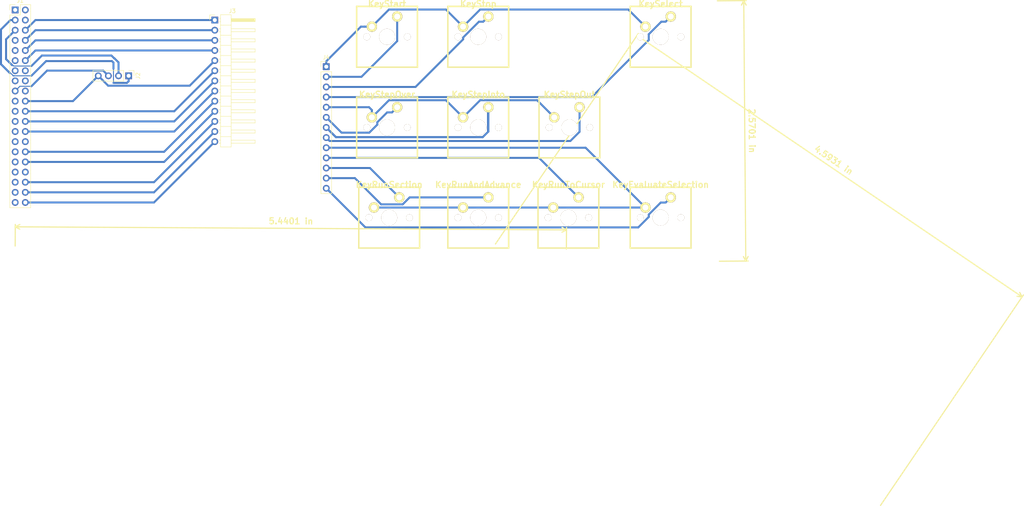
<source format=kicad_pcb>
(kicad_pcb (version 4) (host pcbnew 4.0.7+dfsg1-1)

  (general
    (links 37)
    (no_connects 34)
    (area 15.993333 14.983 275.516071 142.494001)
    (thickness 1.6)
    (drawings 3)
    (tracks 166)
    (zones 0)
    (modules 14)
    (nets 30)
  )

  (page A4)
  (layers
    (0 F.Cu signal hide)
    (31 B.Cu signal)
    (32 B.Adhes user)
    (33 F.Adhes user)
    (34 B.Paste user)
    (35 F.Paste user)
    (36 B.SilkS user)
    (37 F.SilkS user)
    (38 B.Mask user)
    (39 F.Mask user)
    (40 Dwgs.User user)
    (41 Cmts.User user)
    (42 Eco1.User user)
    (43 Eco2.User user)
    (44 Edge.Cuts user)
    (45 Margin user)
    (46 B.CrtYd user)
    (47 F.CrtYd user)
    (48 B.Fab user)
    (49 F.Fab user)
  )

  (setup
    (last_trace_width 0.5)
    (trace_clearance 0.2)
    (zone_clearance 0.508)
    (zone_45_only no)
    (trace_min 0.2)
    (segment_width 0.2)
    (edge_width 0.15)
    (via_size 0.6)
    (via_drill 0.4)
    (via_min_size 0.4)
    (via_min_drill 0.3)
    (uvia_size 0.3)
    (uvia_drill 0.1)
    (uvias_allowed no)
    (uvia_min_size 0.2)
    (uvia_min_drill 0.1)
    (pcb_text_width 0.3)
    (pcb_text_size 1.5 1.5)
    (mod_edge_width 0.15)
    (mod_text_size 1 1)
    (mod_text_width 0.15)
    (pad_size 1.524 1.524)
    (pad_drill 0.762)
    (pad_to_mask_clearance 0.2)
    (aux_axis_origin 0 0)
    (visible_elements FFFFFF7F)
    (pcbplotparams
      (layerselection 0x00000_80000000)
      (usegerberextensions false)
      (excludeedgelayer true)
      (linewidth 0.100000)
      (plotframeref false)
      (viasonmask false)
      (mode 1)
      (useauxorigin false)
      (hpglpennumber 1)
      (hpglpenspeed 20)
      (hpglpendiameter 15)
      (hpglpenoverlay 2)
      (psnegative false)
      (psa4output false)
      (plotreference true)
      (plotvalue true)
      (plotinvisibletext false)
      (padsonsilk false)
      (subtractmaskfromsilk false)
      (outputformat 1)
      (mirror false)
      (drillshape 0)
      (scaleselection 1)
      (outputdirectory ""))
  )

  (net 0 "")
  (net 1 "Net-(J1-Pad3)")
  (net 2 "Net-(J1-Pad5)")
  (net 3 "Net-(J1-Pad6)")
  (net 4 "Net-(J1-Pad8)")
  (net 5 "Net-(J1-Pad10)")
  (net 6 "Net-(J1-Pad12)")
  (net 7 "Net-(J1-Pad17)")
  (net 8 "Net-(J1-Pad20)")
  (net 9 "Net-(J1-Pad22)")
  (net 10 "Net-(J1-Pad24)")
  (net 11 "Net-(J1-Pad26)")
  (net 12 "Net-(J1-Pad30)")
  (net 13 "Net-(J1-Pad32)")
  (net 14 "Net-(J1-Pad36)")
  (net 15 "Net-(J1-Pad38)")
  (net 16 "Net-(J1-Pad40)")
  (net 17 "Net-(J4-Pad1)")
  (net 18 "Net-(J4-Pad2)")
  (net 19 "Net-(J4-Pad3)")
  (net 20 "Net-(J4-Pad4)")
  (net 21 "Net-(J4-Pad5)")
  (net 22 "Net-(J4-Pad6)")
  (net 23 "Net-(J4-Pad7)")
  (net 24 "Net-(J4-Pad8)")
  (net 25 "Net-(J4-Pad9)")
  (net 26 "Net-(J4-Pad10)")
  (net 27 "Net-(J4-Pad11)")
  (net 28 "Net-(J4-Pad12)")
  (net 29 "Net-(J4-Pad13)")

  (net_class Default "Dies ist die voreingestellte Netzklasse."
    (clearance 0.2)
    (trace_width 0.5)
    (via_dia 0.6)
    (via_drill 0.4)
    (uvia_dia 0.3)
    (uvia_drill 0.1)
    (add_net "Net-(J1-Pad10)")
    (add_net "Net-(J1-Pad12)")
    (add_net "Net-(J1-Pad17)")
    (add_net "Net-(J1-Pad20)")
    (add_net "Net-(J1-Pad22)")
    (add_net "Net-(J1-Pad24)")
    (add_net "Net-(J1-Pad26)")
    (add_net "Net-(J1-Pad3)")
    (add_net "Net-(J1-Pad30)")
    (add_net "Net-(J1-Pad32)")
    (add_net "Net-(J1-Pad36)")
    (add_net "Net-(J1-Pad38)")
    (add_net "Net-(J1-Pad40)")
    (add_net "Net-(J1-Pad5)")
    (add_net "Net-(J1-Pad6)")
    (add_net "Net-(J1-Pad8)")
    (add_net "Net-(J4-Pad1)")
    (add_net "Net-(J4-Pad10)")
    (add_net "Net-(J4-Pad11)")
    (add_net "Net-(J4-Pad12)")
    (add_net "Net-(J4-Pad13)")
    (add_net "Net-(J4-Pad2)")
    (add_net "Net-(J4-Pad3)")
    (add_net "Net-(J4-Pad4)")
    (add_net "Net-(J4-Pad5)")
    (add_net "Net-(J4-Pad6)")
    (add_net "Net-(J4-Pad7)")
    (add_net "Net-(J4-Pad8)")
    (add_net "Net-(J4-Pad9)")
  )

  (net_class Verjüngt ""
    (clearance 0.2)
    (trace_width 0.25)
    (via_dia 0.6)
    (via_drill 0.4)
    (uvia_dia 0.3)
    (uvia_drill 0.1)
  )

  (module Pin_Headers:Pin_Header_Straight_2x20_Pitch2.54mm (layer F.Cu) (tedit 59650533) (tstamp 5A96A39A)
    (at 21.59 18.288)
    (descr "Through hole straight pin header, 2x20, 2.54mm pitch, double rows")
    (tags "Through hole pin header THT 2x20 2.54mm double row")
    (path /5A9696EB)
    (fp_text reference J1 (at 1.27 -2.33) (layer F.SilkS)
      (effects (font (size 1 1) (thickness 0.15)))
    )
    (fp_text value RaspberryPiZeroW (at 1.27 50.59) (layer F.Fab)
      (effects (font (size 1 1) (thickness 0.15)))
    )
    (fp_line (start 0 -1.27) (end 3.81 -1.27) (layer F.Fab) (width 0.1))
    (fp_line (start 3.81 -1.27) (end 3.81 49.53) (layer F.Fab) (width 0.1))
    (fp_line (start 3.81 49.53) (end -1.27 49.53) (layer F.Fab) (width 0.1))
    (fp_line (start -1.27 49.53) (end -1.27 0) (layer F.Fab) (width 0.1))
    (fp_line (start -1.27 0) (end 0 -1.27) (layer F.Fab) (width 0.1))
    (fp_line (start -1.33 49.59) (end 3.87 49.59) (layer F.SilkS) (width 0.12))
    (fp_line (start -1.33 1.27) (end -1.33 49.59) (layer F.SilkS) (width 0.12))
    (fp_line (start 3.87 -1.33) (end 3.87 49.59) (layer F.SilkS) (width 0.12))
    (fp_line (start -1.33 1.27) (end 1.27 1.27) (layer F.SilkS) (width 0.12))
    (fp_line (start 1.27 1.27) (end 1.27 -1.33) (layer F.SilkS) (width 0.12))
    (fp_line (start 1.27 -1.33) (end 3.87 -1.33) (layer F.SilkS) (width 0.12))
    (fp_line (start -1.33 0) (end -1.33 -1.33) (layer F.SilkS) (width 0.12))
    (fp_line (start -1.33 -1.33) (end 0 -1.33) (layer F.SilkS) (width 0.12))
    (fp_line (start -1.8 -1.8) (end -1.8 50.05) (layer F.CrtYd) (width 0.05))
    (fp_line (start -1.8 50.05) (end 4.35 50.05) (layer F.CrtYd) (width 0.05))
    (fp_line (start 4.35 50.05) (end 4.35 -1.8) (layer F.CrtYd) (width 0.05))
    (fp_line (start 4.35 -1.8) (end -1.8 -1.8) (layer F.CrtYd) (width 0.05))
    (fp_text user %R (at 1.27 24.13 90) (layer F.Fab)
      (effects (font (size 1 1) (thickness 0.15)))
    )
    (pad 1 thru_hole rect (at 0 0) (size 1.7 1.7) (drill 1) (layers *.Cu *.Mask))
    (pad 2 thru_hole oval (at 2.54 0) (size 1.7 1.7) (drill 1) (layers *.Cu *.Mask))
    (pad 3 thru_hole oval (at 0 2.54) (size 1.7 1.7) (drill 1) (layers *.Cu *.Mask)
      (net 1 "Net-(J1-Pad3)"))
    (pad 4 thru_hole oval (at 2.54 2.54) (size 1.7 1.7) (drill 1) (layers *.Cu *.Mask))
    (pad 5 thru_hole oval (at 0 5.08) (size 1.7 1.7) (drill 1) (layers *.Cu *.Mask)
      (net 2 "Net-(J1-Pad5)"))
    (pad 6 thru_hole oval (at 2.54 5.08) (size 1.7 1.7) (drill 1) (layers *.Cu *.Mask)
      (net 3 "Net-(J1-Pad6)"))
    (pad 7 thru_hole oval (at 0 7.62) (size 1.7 1.7) (drill 1) (layers *.Cu *.Mask))
    (pad 8 thru_hole oval (at 2.54 7.62) (size 1.7 1.7) (drill 1) (layers *.Cu *.Mask)
      (net 4 "Net-(J1-Pad8)"))
    (pad 9 thru_hole oval (at 0 10.16) (size 1.7 1.7) (drill 1) (layers *.Cu *.Mask))
    (pad 10 thru_hole oval (at 2.54 10.16) (size 1.7 1.7) (drill 1) (layers *.Cu *.Mask)
      (net 5 "Net-(J1-Pad10)"))
    (pad 11 thru_hole oval (at 0 12.7) (size 1.7 1.7) (drill 1) (layers *.Cu *.Mask))
    (pad 12 thru_hole oval (at 2.54 12.7) (size 1.7 1.7) (drill 1) (layers *.Cu *.Mask)
      (net 6 "Net-(J1-Pad12)"))
    (pad 13 thru_hole oval (at 0 15.24) (size 1.7 1.7) (drill 1) (layers *.Cu *.Mask))
    (pad 14 thru_hole oval (at 2.54 15.24) (size 1.7 1.7) (drill 1) (layers *.Cu *.Mask))
    (pad 15 thru_hole oval (at 0 17.78) (size 1.7 1.7) (drill 1) (layers *.Cu *.Mask))
    (pad 16 thru_hole oval (at 2.54 17.78) (size 1.7 1.7) (drill 1) (layers *.Cu *.Mask))
    (pad 17 thru_hole oval (at 0 20.32) (size 1.7 1.7) (drill 1) (layers *.Cu *.Mask)
      (net 7 "Net-(J1-Pad17)"))
    (pad 18 thru_hole oval (at 2.54 20.32) (size 1.7 1.7) (drill 1) (layers *.Cu *.Mask))
    (pad 19 thru_hole oval (at 0 22.86) (size 1.7 1.7) (drill 1) (layers *.Cu *.Mask))
    (pad 20 thru_hole oval (at 2.54 22.86) (size 1.7 1.7) (drill 1) (layers *.Cu *.Mask)
      (net 8 "Net-(J1-Pad20)"))
    (pad 21 thru_hole oval (at 0 25.4) (size 1.7 1.7) (drill 1) (layers *.Cu *.Mask))
    (pad 22 thru_hole oval (at 2.54 25.4) (size 1.7 1.7) (drill 1) (layers *.Cu *.Mask)
      (net 9 "Net-(J1-Pad22)"))
    (pad 23 thru_hole oval (at 0 27.94) (size 1.7 1.7) (drill 1) (layers *.Cu *.Mask))
    (pad 24 thru_hole oval (at 2.54 27.94) (size 1.7 1.7) (drill 1) (layers *.Cu *.Mask)
      (net 10 "Net-(J1-Pad24)"))
    (pad 25 thru_hole oval (at 0 30.48) (size 1.7 1.7) (drill 1) (layers *.Cu *.Mask))
    (pad 26 thru_hole oval (at 2.54 30.48) (size 1.7 1.7) (drill 1) (layers *.Cu *.Mask)
      (net 11 "Net-(J1-Pad26)"))
    (pad 27 thru_hole oval (at 0 33.02) (size 1.7 1.7) (drill 1) (layers *.Cu *.Mask))
    (pad 28 thru_hole oval (at 2.54 33.02) (size 1.7 1.7) (drill 1) (layers *.Cu *.Mask))
    (pad 29 thru_hole oval (at 0 35.56) (size 1.7 1.7) (drill 1) (layers *.Cu *.Mask))
    (pad 30 thru_hole oval (at 2.54 35.56) (size 1.7 1.7) (drill 1) (layers *.Cu *.Mask)
      (net 12 "Net-(J1-Pad30)"))
    (pad 31 thru_hole oval (at 0 38.1) (size 1.7 1.7) (drill 1) (layers *.Cu *.Mask))
    (pad 32 thru_hole oval (at 2.54 38.1) (size 1.7 1.7) (drill 1) (layers *.Cu *.Mask)
      (net 13 "Net-(J1-Pad32)"))
    (pad 33 thru_hole oval (at 0 40.64) (size 1.7 1.7) (drill 1) (layers *.Cu *.Mask))
    (pad 34 thru_hole oval (at 2.54 40.64) (size 1.7 1.7) (drill 1) (layers *.Cu *.Mask))
    (pad 35 thru_hole oval (at 0 43.18) (size 1.7 1.7) (drill 1) (layers *.Cu *.Mask))
    (pad 36 thru_hole oval (at 2.54 43.18) (size 1.7 1.7) (drill 1) (layers *.Cu *.Mask)
      (net 14 "Net-(J1-Pad36)"))
    (pad 37 thru_hole oval (at 0 45.72) (size 1.7 1.7) (drill 1) (layers *.Cu *.Mask))
    (pad 38 thru_hole oval (at 2.54 45.72) (size 1.7 1.7) (drill 1) (layers *.Cu *.Mask)
      (net 15 "Net-(J1-Pad38)"))
    (pad 39 thru_hole oval (at 0 48.26) (size 1.7 1.7) (drill 1) (layers *.Cu *.Mask))
    (pad 40 thru_hole oval (at 2.54 48.26) (size 1.7 1.7) (drill 1) (layers *.Cu *.Mask)
      (net 16 "Net-(J1-Pad40)"))
    (model ${KISYS3DMOD}/Pin_Headers.3dshapes/Pin_Header_Straight_2x20_Pitch2.54mm.wrl
      (at (xyz 0 0 0))
      (scale (xyz 1 1 1))
      (rotate (xyz 0 0 0))
    )
  )

  (module Socket_Strips:Socket_Strip_Straight_1x04_Pitch2.54mm (layer F.Cu) (tedit 58CD5446) (tstamp 5A96A3A2)
    (at 50.038 34.798 270)
    (descr "Through hole straight socket strip, 1x04, 2.54mm pitch, single row")
    (tags "Through hole socket strip THT 1x04 2.54mm single row")
    (path /5A9698DF)
    (fp_text reference J2 (at 0 -2.33 270) (layer F.SilkS)
      (effects (font (size 1 1) (thickness 0.15)))
    )
    (fp_text value Display (at 0 9.95 270) (layer F.Fab)
      (effects (font (size 1 1) (thickness 0.15)))
    )
    (fp_line (start -1.27 -1.27) (end -1.27 8.89) (layer F.Fab) (width 0.1))
    (fp_line (start -1.27 8.89) (end 1.27 8.89) (layer F.Fab) (width 0.1))
    (fp_line (start 1.27 8.89) (end 1.27 -1.27) (layer F.Fab) (width 0.1))
    (fp_line (start 1.27 -1.27) (end -1.27 -1.27) (layer F.Fab) (width 0.1))
    (fp_line (start -1.33 1.27) (end -1.33 8.95) (layer F.SilkS) (width 0.12))
    (fp_line (start -1.33 8.95) (end 1.33 8.95) (layer F.SilkS) (width 0.12))
    (fp_line (start 1.33 8.95) (end 1.33 1.27) (layer F.SilkS) (width 0.12))
    (fp_line (start 1.33 1.27) (end -1.33 1.27) (layer F.SilkS) (width 0.12))
    (fp_line (start -1.33 0) (end -1.33 -1.33) (layer F.SilkS) (width 0.12))
    (fp_line (start -1.33 -1.33) (end 0 -1.33) (layer F.SilkS) (width 0.12))
    (fp_line (start -1.8 -1.8) (end -1.8 9.4) (layer F.CrtYd) (width 0.05))
    (fp_line (start -1.8 9.4) (end 1.8 9.4) (layer F.CrtYd) (width 0.05))
    (fp_line (start 1.8 9.4) (end 1.8 -1.8) (layer F.CrtYd) (width 0.05))
    (fp_line (start 1.8 -1.8) (end -1.8 -1.8) (layer F.CrtYd) (width 0.05))
    (fp_text user %R (at 0 -2.33 270) (layer F.Fab)
      (effects (font (size 1 1) (thickness 0.15)))
    )
    (pad 1 thru_hole rect (at 0 0 270) (size 1.7 1.7) (drill 1) (layers *.Cu *.Mask)
      (net 1 "Net-(J1-Pad3)"))
    (pad 2 thru_hole oval (at 0 2.54 270) (size 1.7 1.7) (drill 1) (layers *.Cu *.Mask)
      (net 2 "Net-(J1-Pad5)"))
    (pad 3 thru_hole oval (at 0 5.08 270) (size 1.7 1.7) (drill 1) (layers *.Cu *.Mask)
      (net 7 "Net-(J1-Pad17)"))
    (pad 4 thru_hole oval (at 0 7.62 270) (size 1.7 1.7) (drill 1) (layers *.Cu *.Mask)
      (net 8 "Net-(J1-Pad20)"))
    (model ${KISYS3DMOD}/Socket_Strips.3dshapes/Socket_Strip_Straight_1x04_Pitch2.54mm.wrl
      (at (xyz 0 -0.15 0))
      (scale (xyz 1 1 1))
      (rotate (xyz 0 0 270))
    )
  )

  (module mx1a:MX1A (layer F.Cu) (tedit 524FFEEB) (tstamp 5A96A3AB)
    (at 114.808 25.019)
    (path /5A96A024)
    (fp_text reference S1 (at -4.826 9.2075) (layer F.SilkS) hide
      (effects (font (thickness 0.3048)))
    )
    (fp_text value KeyStart (at 0 -8.255) (layer F.SilkS)
      (effects (font (thickness 0.3048)))
    )
    (fp_line (start -7.62 -7.62) (end 7.62 -7.62) (layer F.SilkS) (width 0.381))
    (fp_line (start 7.62 -7.62) (end 7.62 7.62) (layer F.SilkS) (width 0.381))
    (fp_line (start 7.62 7.62) (end -7.62 7.62) (layer F.SilkS) (width 0.381))
    (fp_line (start -7.62 7.62) (end -7.62 -7.62) (layer F.SilkS) (width 0.381))
    (pad 0 thru_hole circle (at 0 0) (size 3.98018 3.98018) (drill 3.98018) (layers *.Cu *.Mask F.SilkS))
    (pad 2 thru_hole circle (at 2.54 -5.08) (size 2.6 2.6) (drill 1.5011) (layers *.Cu *.Mask F.SilkS)
      (net 18 "Net-(J4-Pad2)"))
    (pad 1 thru_hole circle (at -3.81 -2.54) (size 2.6 2.6) (drill 1.5011) (layers *.Cu *.Mask F.SilkS)
      (net 17 "Net-(J4-Pad1)"))
    (pad "" thru_hole circle (at -5.08 0) (size 1.69926 1.69926) (drill 1.69926) (layers *.Cu *.Mask F.SilkS))
    (pad "" thru_hole circle (at 5.08 0) (size 1.69926 1.69926) (drill 1.69926) (layers *.Cu *.Mask F.SilkS))
    (model cherry_mx1.wrl
      (at (xyz 0 0 0))
      (scale (xyz 1 1 1))
      (rotate (xyz 0 0 0))
    )
  )

  (module mx1a:MX1A (layer F.Cu) (tedit 524FFEEB) (tstamp 5A96A3B4)
    (at 114.808 47.752)
    (path /5A969B31)
    (fp_text reference S2 (at -4.826 9.2075) (layer F.SilkS) hide
      (effects (font (thickness 0.3048)))
    )
    (fp_text value KeyStepOver (at 0 -8.255) (layer F.SilkS)
      (effects (font (thickness 0.3048)))
    )
    (fp_line (start -7.62 -7.62) (end 7.62 -7.62) (layer F.SilkS) (width 0.381))
    (fp_line (start 7.62 -7.62) (end 7.62 7.62) (layer F.SilkS) (width 0.381))
    (fp_line (start 7.62 7.62) (end -7.62 7.62) (layer F.SilkS) (width 0.381))
    (fp_line (start -7.62 7.62) (end -7.62 -7.62) (layer F.SilkS) (width 0.381))
    (pad 0 thru_hole circle (at 0 0) (size 3.98018 3.98018) (drill 3.98018) (layers *.Cu *.Mask F.SilkS))
    (pad 2 thru_hole circle (at 2.54 -5.08) (size 2.6 2.6) (drill 1.5011) (layers *.Cu *.Mask F.SilkS)
      (net 22 "Net-(J4-Pad6)"))
    (pad 1 thru_hole circle (at -3.81 -2.54) (size 2.6 2.6) (drill 1.5011) (layers *.Cu *.Mask F.SilkS)
      (net 21 "Net-(J4-Pad5)"))
    (pad "" thru_hole circle (at -5.08 0) (size 1.69926 1.69926) (drill 1.69926) (layers *.Cu *.Mask F.SilkS))
    (pad "" thru_hole circle (at 5.08 0) (size 1.69926 1.69926) (drill 1.69926) (layers *.Cu *.Mask F.SilkS))
    (model cherry_mx1.wrl
      (at (xyz 0 0 0))
      (scale (xyz 1 1 1))
      (rotate (xyz 0 0 0))
    )
  )

  (module mx1a:MX1A (layer F.Cu) (tedit 524FFEEB) (tstamp 5A96A3BD)
    (at 160.274 70.358)
    (path /5A96A555)
    (fp_text reference S3 (at -4.826 9.2075) (layer F.SilkS) hide
      (effects (font (thickness 0.3048)))
    )
    (fp_text value KeyRunToCursor (at 0 -8.255) (layer F.SilkS)
      (effects (font (thickness 0.3048)))
    )
    (fp_line (start -7.62 -7.62) (end 7.62 -7.62) (layer F.SilkS) (width 0.381))
    (fp_line (start 7.62 -7.62) (end 7.62 7.62) (layer F.SilkS) (width 0.381))
    (fp_line (start 7.62 7.62) (end -7.62 7.62) (layer F.SilkS) (width 0.381))
    (fp_line (start -7.62 7.62) (end -7.62 -7.62) (layer F.SilkS) (width 0.381))
    (pad 0 thru_hole circle (at 0 0) (size 3.98018 3.98018) (drill 3.98018) (layers *.Cu *.Mask F.SilkS))
    (pad 2 thru_hole circle (at 2.54 -5.08) (size 2.6 2.6) (drill 1.5011) (layers *.Cu *.Mask F.SilkS)
      (net 26 "Net-(J4-Pad10)"))
    (pad 1 thru_hole circle (at -3.81 -2.54) (size 2.6 2.6) (drill 1.5011) (layers *.Cu *.Mask F.SilkS)
      (net 25 "Net-(J4-Pad9)"))
    (pad "" thru_hole circle (at -5.08 0) (size 1.69926 1.69926) (drill 1.69926) (layers *.Cu *.Mask F.SilkS))
    (pad "" thru_hole circle (at 5.08 0) (size 1.69926 1.69926) (drill 1.69926) (layers *.Cu *.Mask F.SilkS))
    (model cherry_mx1.wrl
      (at (xyz 0 0 0))
      (scale (xyz 1 1 1))
      (rotate (xyz 0 0 0))
    )
  )

  (module mx1a:MX1A (layer F.Cu) (tedit 5AB62FC6) (tstamp 5A96A3C6)
    (at 137.668 25.019)
    (path /5A96A02A)
    (fp_text reference S4 (at -4.826 9.2075) (layer F.SilkS) hide
      (effects (font (thickness 0.3048)))
    )
    (fp_text value KeyStop (at 0 -8.255) (layer F.SilkS)
      (effects (font (thickness 0.3048)))
    )
    (fp_line (start -7.62 -7.62) (end 7.62 -7.62) (layer F.SilkS) (width 0.381))
    (fp_line (start 7.62 -7.62) (end 7.62 7.62) (layer F.SilkS) (width 0.381))
    (fp_line (start 7.62 7.62) (end -7.62 7.62) (layer F.SilkS) (width 0.381))
    (fp_line (start -7.62 7.62) (end -7.62 -7.62) (layer F.SilkS) (width 0.381))
    (pad 0 thru_hole circle (at 0 0) (size 3.98018 3.98018) (drill 3.98018) (layers *.Cu *.Mask F.SilkS))
    (pad 2 thru_hole circle (at 2.54 -5.08) (size 2.6 2.6) (drill 1.5011) (layers *.Cu *.Mask F.SilkS)
      (net 19 "Net-(J4-Pad3)"))
    (pad 1 thru_hole circle (at -3.81 -2.54) (size 2.6 2.6) (drill 1.5011) (layers *.Cu *.Mask F.SilkS)
      (net 17 "Net-(J4-Pad1)"))
    (pad "" thru_hole circle (at -5.08 0) (size 1.69926 1.69926) (drill 1.69926) (layers *.Cu *.Mask F.SilkS))
    (pad "" thru_hole circle (at 5.08 0) (size 1.69926 1.69926) (drill 1.69926) (layers *.Cu *.Mask F.SilkS))
    (model cherry_mx1.wrl
      (at (xyz 0 0 0))
      (scale (xyz 1 1 1))
      (rotate (xyz 0 0 0))
    )
  )

  (module mx1a:MX1A (layer F.Cu) (tedit 524FFEEB) (tstamp 5A96A3CF)
    (at 137.668 47.752)
    (path /5A969D84)
    (fp_text reference S5 (at -4.826 9.2075) (layer F.SilkS) hide
      (effects (font (thickness 0.3048)))
    )
    (fp_text value KeyStepInto (at 0 -8.255) (layer F.SilkS)
      (effects (font (thickness 0.3048)))
    )
    (fp_line (start -7.62 -7.62) (end 7.62 -7.62) (layer F.SilkS) (width 0.381))
    (fp_line (start 7.62 -7.62) (end 7.62 7.62) (layer F.SilkS) (width 0.381))
    (fp_line (start 7.62 7.62) (end -7.62 7.62) (layer F.SilkS) (width 0.381))
    (fp_line (start -7.62 7.62) (end -7.62 -7.62) (layer F.SilkS) (width 0.381))
    (pad 0 thru_hole circle (at 0 0) (size 3.98018 3.98018) (drill 3.98018) (layers *.Cu *.Mask F.SilkS))
    (pad 2 thru_hole circle (at 2.54 -5.08) (size 2.6 2.6) (drill 1.5011) (layers *.Cu *.Mask F.SilkS)
      (net 23 "Net-(J4-Pad7)"))
    (pad 1 thru_hole circle (at -3.81 -2.54) (size 2.6 2.6) (drill 1.5011) (layers *.Cu *.Mask F.SilkS)
      (net 21 "Net-(J4-Pad5)"))
    (pad "" thru_hole circle (at -5.08 0) (size 1.69926 1.69926) (drill 1.69926) (layers *.Cu *.Mask F.SilkS))
    (pad "" thru_hole circle (at 5.08 0) (size 1.69926 1.69926) (drill 1.69926) (layers *.Cu *.Mask F.SilkS))
    (model cherry_mx1.wrl
      (at (xyz 0 0 0))
      (scale (xyz 1 1 1))
      (rotate (xyz 0 0 0))
    )
  )

  (module mx1a:MX1A (layer F.Cu) (tedit 524FFEEB) (tstamp 5A96A3D8)
    (at 115.343213 70.358)
    (path /5A96A55B)
    (fp_text reference S6 (at -4.826 9.2075) (layer F.SilkS) hide
      (effects (font (thickness 0.3048)))
    )
    (fp_text value KeyRunSection (at 0 -8.255) (layer F.SilkS)
      (effects (font (thickness 0.3048)))
    )
    (fp_line (start -7.62 -7.62) (end 7.62 -7.62) (layer F.SilkS) (width 0.381))
    (fp_line (start 7.62 -7.62) (end 7.62 7.62) (layer F.SilkS) (width 0.381))
    (fp_line (start 7.62 7.62) (end -7.62 7.62) (layer F.SilkS) (width 0.381))
    (fp_line (start -7.62 7.62) (end -7.62 -7.62) (layer F.SilkS) (width 0.381))
    (pad 0 thru_hole circle (at 0 0) (size 3.98018 3.98018) (drill 3.98018) (layers *.Cu *.Mask F.SilkS))
    (pad 2 thru_hole circle (at 2.54 -5.08) (size 2.6 2.6) (drill 1.5011) (layers *.Cu *.Mask F.SilkS)
      (net 27 "Net-(J4-Pad11)"))
    (pad 1 thru_hole circle (at -3.81 -2.54) (size 2.6 2.6) (drill 1.5011) (layers *.Cu *.Mask F.SilkS)
      (net 25 "Net-(J4-Pad9)"))
    (pad "" thru_hole circle (at -5.08 0) (size 1.69926 1.69926) (drill 1.69926) (layers *.Cu *.Mask F.SilkS))
    (pad "" thru_hole circle (at 5.08 0) (size 1.69926 1.69926) (drill 1.69926) (layers *.Cu *.Mask F.SilkS))
    (model cherry_mx1.wrl
      (at (xyz 0 0 0))
      (scale (xyz 1 1 1))
      (rotate (xyz 0 0 0))
    )
  )

  (module mx1a:MX1A (layer F.Cu) (tedit 524FFEEB) (tstamp 5A96A3E1)
    (at 160.528 47.752)
    (path /5A96A1F0)
    (fp_text reference S7 (at -4.826 9.2075) (layer F.SilkS) hide
      (effects (font (thickness 0.3048)))
    )
    (fp_text value KeyStepOut (at 0 -8.255) (layer F.SilkS)
      (effects (font (thickness 0.3048)))
    )
    (fp_line (start -7.62 -7.62) (end 7.62 -7.62) (layer F.SilkS) (width 0.381))
    (fp_line (start 7.62 -7.62) (end 7.62 7.62) (layer F.SilkS) (width 0.381))
    (fp_line (start 7.62 7.62) (end -7.62 7.62) (layer F.SilkS) (width 0.381))
    (fp_line (start -7.62 7.62) (end -7.62 -7.62) (layer F.SilkS) (width 0.381))
    (pad 0 thru_hole circle (at 0 0) (size 3.98018 3.98018) (drill 3.98018) (layers *.Cu *.Mask F.SilkS))
    (pad 2 thru_hole circle (at 2.54 -5.08) (size 2.6 2.6) (drill 1.5011) (layers *.Cu *.Mask F.SilkS)
      (net 24 "Net-(J4-Pad8)"))
    (pad 1 thru_hole circle (at -3.81 -2.54) (size 2.6 2.6) (drill 1.5011) (layers *.Cu *.Mask F.SilkS)
      (net 21 "Net-(J4-Pad5)"))
    (pad "" thru_hole circle (at -5.08 0) (size 1.69926 1.69926) (drill 1.69926) (layers *.Cu *.Mask F.SilkS))
    (pad "" thru_hole circle (at 5.08 0) (size 1.69926 1.69926) (drill 1.69926) (layers *.Cu *.Mask F.SilkS))
    (model cherry_mx1.wrl
      (at (xyz 0 0 0))
      (scale (xyz 1 1 1))
      (rotate (xyz 0 0 0))
    )
  )

  (module mx1a:MX1A (layer F.Cu) (tedit 524FFEEB) (tstamp 5A96A3EA)
    (at 137.668 70.358)
    (path /5A96A561)
    (fp_text reference S8 (at -4.826 9.2075) (layer F.SilkS) hide
      (effects (font (thickness 0.3048)))
    )
    (fp_text value KeyRunAndAdvance (at 0 -8.255) (layer F.SilkS)
      (effects (font (thickness 0.3048)))
    )
    (fp_line (start -7.62 -7.62) (end 7.62 -7.62) (layer F.SilkS) (width 0.381))
    (fp_line (start 7.62 -7.62) (end 7.62 7.62) (layer F.SilkS) (width 0.381))
    (fp_line (start 7.62 7.62) (end -7.62 7.62) (layer F.SilkS) (width 0.381))
    (fp_line (start -7.62 7.62) (end -7.62 -7.62) (layer F.SilkS) (width 0.381))
    (pad 0 thru_hole circle (at 0 0) (size 3.98018 3.98018) (drill 3.98018) (layers *.Cu *.Mask F.SilkS))
    (pad 2 thru_hole circle (at 2.54 -5.08) (size 2.6 2.6) (drill 1.5011) (layers *.Cu *.Mask F.SilkS)
      (net 28 "Net-(J4-Pad12)"))
    (pad 1 thru_hole circle (at -3.81 -2.54) (size 2.6 2.6) (drill 1.5011) (layers *.Cu *.Mask F.SilkS)
      (net 25 "Net-(J4-Pad9)"))
    (pad "" thru_hole circle (at -5.08 0) (size 1.69926 1.69926) (drill 1.69926) (layers *.Cu *.Mask F.SilkS))
    (pad "" thru_hole circle (at 5.08 0) (size 1.69926 1.69926) (drill 1.69926) (layers *.Cu *.Mask F.SilkS))
    (model cherry_mx1.wrl
      (at (xyz 0 0 0))
      (scale (xyz 1 1 1))
      (rotate (xyz 0 0 0))
    )
  )

  (module mx1a:MX1A (layer F.Cu) (tedit 5AB62FCC) (tstamp 5A96A3F3)
    (at 183.388 25.019)
    (path /5A96A359)
    (fp_text reference S9 (at -4.826 9.2075) (layer F.SilkS) hide
      (effects (font (thickness 0.3048)))
    )
    (fp_text value KeySelect (at 0 -8.255) (layer F.SilkS)
      (effects (font (thickness 0.3048)))
    )
    (fp_line (start -7.62 -7.62) (end 7.62 -7.62) (layer F.SilkS) (width 0.381))
    (fp_line (start 7.62 -7.62) (end 7.62 7.62) (layer F.SilkS) (width 0.381))
    (fp_line (start 7.62 7.62) (end -7.62 7.62) (layer F.SilkS) (width 0.381))
    (fp_line (start -7.62 7.62) (end -7.62 -7.62) (layer F.SilkS) (width 0.381))
    (pad 0 thru_hole circle (at 0 0) (size 3.98018 3.98018) (drill 3.98018) (layers *.Cu *.Mask F.SilkS))
    (pad 2 thru_hole circle (at 2.54 -5.08) (size 2.6 2.6) (drill 1.5011) (layers *.Cu *.Mask F.SilkS)
      (net 20 "Net-(J4-Pad4)"))
    (pad 1 thru_hole circle (at -3.81 -2.54) (size 2.6 2.6) (drill 1.5011) (layers *.Cu *.Mask F.SilkS)
      (net 17 "Net-(J4-Pad1)"))
    (pad "" thru_hole circle (at -5.08 0) (size 1.69926 1.69926) (drill 1.69926) (layers *.Cu *.Mask F.SilkS))
    (pad "" thru_hole circle (at 5.08 0) (size 1.69926 1.69926) (drill 1.69926) (layers *.Cu *.Mask F.SilkS))
    (model cherry_mx1.wrl
      (at (xyz 0 0 0))
      (scale (xyz 1 1 1))
      (rotate (xyz 0 0 0))
    )
  )

  (module mx1a:MX1A (layer F.Cu) (tedit 524FFEEB) (tstamp 5A96A3FC)
    (at 183.388 70.358)
    (path /5A96A57D)
    (fp_text reference S10 (at -4.826 9.2075) (layer F.SilkS) hide
      (effects (font (thickness 0.3048)))
    )
    (fp_text value KeyEvaluateSelection (at 0 -8.255) (layer F.SilkS)
      (effects (font (thickness 0.3048)))
    )
    (fp_line (start -7.62 -7.62) (end 7.62 -7.62) (layer F.SilkS) (width 0.381))
    (fp_line (start 7.62 -7.62) (end 7.62 7.62) (layer F.SilkS) (width 0.381))
    (fp_line (start 7.62 7.62) (end -7.62 7.62) (layer F.SilkS) (width 0.381))
    (fp_line (start -7.62 7.62) (end -7.62 -7.62) (layer F.SilkS) (width 0.381))
    (pad 0 thru_hole circle (at 0 0) (size 3.98018 3.98018) (drill 3.98018) (layers *.Cu *.Mask F.SilkS))
    (pad 2 thru_hole circle (at 2.54 -5.08) (size 2.6 2.6) (drill 1.5011) (layers *.Cu *.Mask F.SilkS)
      (net 29 "Net-(J4-Pad13)"))
    (pad 1 thru_hole circle (at -3.81 -2.54) (size 2.6 2.6) (drill 1.5011) (layers *.Cu *.Mask F.SilkS)
      (net 25 "Net-(J4-Pad9)"))
    (pad "" thru_hole circle (at -5.08 0) (size 1.69926 1.69926) (drill 1.69926) (layers *.Cu *.Mask F.SilkS))
    (pad "" thru_hole circle (at 5.08 0) (size 1.69926 1.69926) (drill 1.69926) (layers *.Cu *.Mask F.SilkS))
    (model cherry_mx1.wrl
      (at (xyz 0 0 0))
      (scale (xyz 1 1 1))
      (rotate (xyz 0 0 0))
    )
  )

  (module Pin_Headers:Pin_Header_Angled_1x13_Pitch2.54mm (layer F.Cu) (tedit 59650532) (tstamp 5AB62D13)
    (at 71.628 20.828)
    (descr "Through hole angled pin header, 1x13, 2.54mm pitch, 6mm pin length, single row")
    (tags "Through hole angled pin header THT 1x13 2.54mm single row")
    (path /5AB62A89)
    (fp_text reference J3 (at 4.385 -2.27) (layer F.SilkS)
      (effects (font (size 1 1) (thickness 0.15)))
    )
    (fp_text value Conn_01x13_Male (at 4.385 32.75) (layer F.Fab)
      (effects (font (size 1 1) (thickness 0.15)))
    )
    (fp_line (start 2.135 -1.27) (end 4.04 -1.27) (layer F.Fab) (width 0.1))
    (fp_line (start 4.04 -1.27) (end 4.04 31.75) (layer F.Fab) (width 0.1))
    (fp_line (start 4.04 31.75) (end 1.5 31.75) (layer F.Fab) (width 0.1))
    (fp_line (start 1.5 31.75) (end 1.5 -0.635) (layer F.Fab) (width 0.1))
    (fp_line (start 1.5 -0.635) (end 2.135 -1.27) (layer F.Fab) (width 0.1))
    (fp_line (start -0.32 -0.32) (end 1.5 -0.32) (layer F.Fab) (width 0.1))
    (fp_line (start -0.32 -0.32) (end -0.32 0.32) (layer F.Fab) (width 0.1))
    (fp_line (start -0.32 0.32) (end 1.5 0.32) (layer F.Fab) (width 0.1))
    (fp_line (start 4.04 -0.32) (end 10.04 -0.32) (layer F.Fab) (width 0.1))
    (fp_line (start 10.04 -0.32) (end 10.04 0.32) (layer F.Fab) (width 0.1))
    (fp_line (start 4.04 0.32) (end 10.04 0.32) (layer F.Fab) (width 0.1))
    (fp_line (start -0.32 2.22) (end 1.5 2.22) (layer F.Fab) (width 0.1))
    (fp_line (start -0.32 2.22) (end -0.32 2.86) (layer F.Fab) (width 0.1))
    (fp_line (start -0.32 2.86) (end 1.5 2.86) (layer F.Fab) (width 0.1))
    (fp_line (start 4.04 2.22) (end 10.04 2.22) (layer F.Fab) (width 0.1))
    (fp_line (start 10.04 2.22) (end 10.04 2.86) (layer F.Fab) (width 0.1))
    (fp_line (start 4.04 2.86) (end 10.04 2.86) (layer F.Fab) (width 0.1))
    (fp_line (start -0.32 4.76) (end 1.5 4.76) (layer F.Fab) (width 0.1))
    (fp_line (start -0.32 4.76) (end -0.32 5.4) (layer F.Fab) (width 0.1))
    (fp_line (start -0.32 5.4) (end 1.5 5.4) (layer F.Fab) (width 0.1))
    (fp_line (start 4.04 4.76) (end 10.04 4.76) (layer F.Fab) (width 0.1))
    (fp_line (start 10.04 4.76) (end 10.04 5.4) (layer F.Fab) (width 0.1))
    (fp_line (start 4.04 5.4) (end 10.04 5.4) (layer F.Fab) (width 0.1))
    (fp_line (start -0.32 7.3) (end 1.5 7.3) (layer F.Fab) (width 0.1))
    (fp_line (start -0.32 7.3) (end -0.32 7.94) (layer F.Fab) (width 0.1))
    (fp_line (start -0.32 7.94) (end 1.5 7.94) (layer F.Fab) (width 0.1))
    (fp_line (start 4.04 7.3) (end 10.04 7.3) (layer F.Fab) (width 0.1))
    (fp_line (start 10.04 7.3) (end 10.04 7.94) (layer F.Fab) (width 0.1))
    (fp_line (start 4.04 7.94) (end 10.04 7.94) (layer F.Fab) (width 0.1))
    (fp_line (start -0.32 9.84) (end 1.5 9.84) (layer F.Fab) (width 0.1))
    (fp_line (start -0.32 9.84) (end -0.32 10.48) (layer F.Fab) (width 0.1))
    (fp_line (start -0.32 10.48) (end 1.5 10.48) (layer F.Fab) (width 0.1))
    (fp_line (start 4.04 9.84) (end 10.04 9.84) (layer F.Fab) (width 0.1))
    (fp_line (start 10.04 9.84) (end 10.04 10.48) (layer F.Fab) (width 0.1))
    (fp_line (start 4.04 10.48) (end 10.04 10.48) (layer F.Fab) (width 0.1))
    (fp_line (start -0.32 12.38) (end 1.5 12.38) (layer F.Fab) (width 0.1))
    (fp_line (start -0.32 12.38) (end -0.32 13.02) (layer F.Fab) (width 0.1))
    (fp_line (start -0.32 13.02) (end 1.5 13.02) (layer F.Fab) (width 0.1))
    (fp_line (start 4.04 12.38) (end 10.04 12.38) (layer F.Fab) (width 0.1))
    (fp_line (start 10.04 12.38) (end 10.04 13.02) (layer F.Fab) (width 0.1))
    (fp_line (start 4.04 13.02) (end 10.04 13.02) (layer F.Fab) (width 0.1))
    (fp_line (start -0.32 14.92) (end 1.5 14.92) (layer F.Fab) (width 0.1))
    (fp_line (start -0.32 14.92) (end -0.32 15.56) (layer F.Fab) (width 0.1))
    (fp_line (start -0.32 15.56) (end 1.5 15.56) (layer F.Fab) (width 0.1))
    (fp_line (start 4.04 14.92) (end 10.04 14.92) (layer F.Fab) (width 0.1))
    (fp_line (start 10.04 14.92) (end 10.04 15.56) (layer F.Fab) (width 0.1))
    (fp_line (start 4.04 15.56) (end 10.04 15.56) (layer F.Fab) (width 0.1))
    (fp_line (start -0.32 17.46) (end 1.5 17.46) (layer F.Fab) (width 0.1))
    (fp_line (start -0.32 17.46) (end -0.32 18.1) (layer F.Fab) (width 0.1))
    (fp_line (start -0.32 18.1) (end 1.5 18.1) (layer F.Fab) (width 0.1))
    (fp_line (start 4.04 17.46) (end 10.04 17.46) (layer F.Fab) (width 0.1))
    (fp_line (start 10.04 17.46) (end 10.04 18.1) (layer F.Fab) (width 0.1))
    (fp_line (start 4.04 18.1) (end 10.04 18.1) (layer F.Fab) (width 0.1))
    (fp_line (start -0.32 20) (end 1.5 20) (layer F.Fab) (width 0.1))
    (fp_line (start -0.32 20) (end -0.32 20.64) (layer F.Fab) (width 0.1))
    (fp_line (start -0.32 20.64) (end 1.5 20.64) (layer F.Fab) (width 0.1))
    (fp_line (start 4.04 20) (end 10.04 20) (layer F.Fab) (width 0.1))
    (fp_line (start 10.04 20) (end 10.04 20.64) (layer F.Fab) (width 0.1))
    (fp_line (start 4.04 20.64) (end 10.04 20.64) (layer F.Fab) (width 0.1))
    (fp_line (start -0.32 22.54) (end 1.5 22.54) (layer F.Fab) (width 0.1))
    (fp_line (start -0.32 22.54) (end -0.32 23.18) (layer F.Fab) (width 0.1))
    (fp_line (start -0.32 23.18) (end 1.5 23.18) (layer F.Fab) (width 0.1))
    (fp_line (start 4.04 22.54) (end 10.04 22.54) (layer F.Fab) (width 0.1))
    (fp_line (start 10.04 22.54) (end 10.04 23.18) (layer F.Fab) (width 0.1))
    (fp_line (start 4.04 23.18) (end 10.04 23.18) (layer F.Fab) (width 0.1))
    (fp_line (start -0.32 25.08) (end 1.5 25.08) (layer F.Fab) (width 0.1))
    (fp_line (start -0.32 25.08) (end -0.32 25.72) (layer F.Fab) (width 0.1))
    (fp_line (start -0.32 25.72) (end 1.5 25.72) (layer F.Fab) (width 0.1))
    (fp_line (start 4.04 25.08) (end 10.04 25.08) (layer F.Fab) (width 0.1))
    (fp_line (start 10.04 25.08) (end 10.04 25.72) (layer F.Fab) (width 0.1))
    (fp_line (start 4.04 25.72) (end 10.04 25.72) (layer F.Fab) (width 0.1))
    (fp_line (start -0.32 27.62) (end 1.5 27.62) (layer F.Fab) (width 0.1))
    (fp_line (start -0.32 27.62) (end -0.32 28.26) (layer F.Fab) (width 0.1))
    (fp_line (start -0.32 28.26) (end 1.5 28.26) (layer F.Fab) (width 0.1))
    (fp_line (start 4.04 27.62) (end 10.04 27.62) (layer F.Fab) (width 0.1))
    (fp_line (start 10.04 27.62) (end 10.04 28.26) (layer F.Fab) (width 0.1))
    (fp_line (start 4.04 28.26) (end 10.04 28.26) (layer F.Fab) (width 0.1))
    (fp_line (start -0.32 30.16) (end 1.5 30.16) (layer F.Fab) (width 0.1))
    (fp_line (start -0.32 30.16) (end -0.32 30.8) (layer F.Fab) (width 0.1))
    (fp_line (start -0.32 30.8) (end 1.5 30.8) (layer F.Fab) (width 0.1))
    (fp_line (start 4.04 30.16) (end 10.04 30.16) (layer F.Fab) (width 0.1))
    (fp_line (start 10.04 30.16) (end 10.04 30.8) (layer F.Fab) (width 0.1))
    (fp_line (start 4.04 30.8) (end 10.04 30.8) (layer F.Fab) (width 0.1))
    (fp_line (start 1.44 -1.33) (end 1.44 31.81) (layer F.SilkS) (width 0.12))
    (fp_line (start 1.44 31.81) (end 4.1 31.81) (layer F.SilkS) (width 0.12))
    (fp_line (start 4.1 31.81) (end 4.1 -1.33) (layer F.SilkS) (width 0.12))
    (fp_line (start 4.1 -1.33) (end 1.44 -1.33) (layer F.SilkS) (width 0.12))
    (fp_line (start 4.1 -0.38) (end 10.1 -0.38) (layer F.SilkS) (width 0.12))
    (fp_line (start 10.1 -0.38) (end 10.1 0.38) (layer F.SilkS) (width 0.12))
    (fp_line (start 10.1 0.38) (end 4.1 0.38) (layer F.SilkS) (width 0.12))
    (fp_line (start 4.1 -0.32) (end 10.1 -0.32) (layer F.SilkS) (width 0.12))
    (fp_line (start 4.1 -0.2) (end 10.1 -0.2) (layer F.SilkS) (width 0.12))
    (fp_line (start 4.1 -0.08) (end 10.1 -0.08) (layer F.SilkS) (width 0.12))
    (fp_line (start 4.1 0.04) (end 10.1 0.04) (layer F.SilkS) (width 0.12))
    (fp_line (start 4.1 0.16) (end 10.1 0.16) (layer F.SilkS) (width 0.12))
    (fp_line (start 4.1 0.28) (end 10.1 0.28) (layer F.SilkS) (width 0.12))
    (fp_line (start 1.11 -0.38) (end 1.44 -0.38) (layer F.SilkS) (width 0.12))
    (fp_line (start 1.11 0.38) (end 1.44 0.38) (layer F.SilkS) (width 0.12))
    (fp_line (start 1.44 1.27) (end 4.1 1.27) (layer F.SilkS) (width 0.12))
    (fp_line (start 4.1 2.16) (end 10.1 2.16) (layer F.SilkS) (width 0.12))
    (fp_line (start 10.1 2.16) (end 10.1 2.92) (layer F.SilkS) (width 0.12))
    (fp_line (start 10.1 2.92) (end 4.1 2.92) (layer F.SilkS) (width 0.12))
    (fp_line (start 1.042929 2.16) (end 1.44 2.16) (layer F.SilkS) (width 0.12))
    (fp_line (start 1.042929 2.92) (end 1.44 2.92) (layer F.SilkS) (width 0.12))
    (fp_line (start 1.44 3.81) (end 4.1 3.81) (layer F.SilkS) (width 0.12))
    (fp_line (start 4.1 4.7) (end 10.1 4.7) (layer F.SilkS) (width 0.12))
    (fp_line (start 10.1 4.7) (end 10.1 5.46) (layer F.SilkS) (width 0.12))
    (fp_line (start 10.1 5.46) (end 4.1 5.46) (layer F.SilkS) (width 0.12))
    (fp_line (start 1.042929 4.7) (end 1.44 4.7) (layer F.SilkS) (width 0.12))
    (fp_line (start 1.042929 5.46) (end 1.44 5.46) (layer F.SilkS) (width 0.12))
    (fp_line (start 1.44 6.35) (end 4.1 6.35) (layer F.SilkS) (width 0.12))
    (fp_line (start 4.1 7.24) (end 10.1 7.24) (layer F.SilkS) (width 0.12))
    (fp_line (start 10.1 7.24) (end 10.1 8) (layer F.SilkS) (width 0.12))
    (fp_line (start 10.1 8) (end 4.1 8) (layer F.SilkS) (width 0.12))
    (fp_line (start 1.042929 7.24) (end 1.44 7.24) (layer F.SilkS) (width 0.12))
    (fp_line (start 1.042929 8) (end 1.44 8) (layer F.SilkS) (width 0.12))
    (fp_line (start 1.44 8.89) (end 4.1 8.89) (layer F.SilkS) (width 0.12))
    (fp_line (start 4.1 9.78) (end 10.1 9.78) (layer F.SilkS) (width 0.12))
    (fp_line (start 10.1 9.78) (end 10.1 10.54) (layer F.SilkS) (width 0.12))
    (fp_line (start 10.1 10.54) (end 4.1 10.54) (layer F.SilkS) (width 0.12))
    (fp_line (start 1.042929 9.78) (end 1.44 9.78) (layer F.SilkS) (width 0.12))
    (fp_line (start 1.042929 10.54) (end 1.44 10.54) (layer F.SilkS) (width 0.12))
    (fp_line (start 1.44 11.43) (end 4.1 11.43) (layer F.SilkS) (width 0.12))
    (fp_line (start 4.1 12.32) (end 10.1 12.32) (layer F.SilkS) (width 0.12))
    (fp_line (start 10.1 12.32) (end 10.1 13.08) (layer F.SilkS) (width 0.12))
    (fp_line (start 10.1 13.08) (end 4.1 13.08) (layer F.SilkS) (width 0.12))
    (fp_line (start 1.042929 12.32) (end 1.44 12.32) (layer F.SilkS) (width 0.12))
    (fp_line (start 1.042929 13.08) (end 1.44 13.08) (layer F.SilkS) (width 0.12))
    (fp_line (start 1.44 13.97) (end 4.1 13.97) (layer F.SilkS) (width 0.12))
    (fp_line (start 4.1 14.86) (end 10.1 14.86) (layer F.SilkS) (width 0.12))
    (fp_line (start 10.1 14.86) (end 10.1 15.62) (layer F.SilkS) (width 0.12))
    (fp_line (start 10.1 15.62) (end 4.1 15.62) (layer F.SilkS) (width 0.12))
    (fp_line (start 1.042929 14.86) (end 1.44 14.86) (layer F.SilkS) (width 0.12))
    (fp_line (start 1.042929 15.62) (end 1.44 15.62) (layer F.SilkS) (width 0.12))
    (fp_line (start 1.44 16.51) (end 4.1 16.51) (layer F.SilkS) (width 0.12))
    (fp_line (start 4.1 17.4) (end 10.1 17.4) (layer F.SilkS) (width 0.12))
    (fp_line (start 10.1 17.4) (end 10.1 18.16) (layer F.SilkS) (width 0.12))
    (fp_line (start 10.1 18.16) (end 4.1 18.16) (layer F.SilkS) (width 0.12))
    (fp_line (start 1.042929 17.4) (end 1.44 17.4) (layer F.SilkS) (width 0.12))
    (fp_line (start 1.042929 18.16) (end 1.44 18.16) (layer F.SilkS) (width 0.12))
    (fp_line (start 1.44 19.05) (end 4.1 19.05) (layer F.SilkS) (width 0.12))
    (fp_line (start 4.1 19.94) (end 10.1 19.94) (layer F.SilkS) (width 0.12))
    (fp_line (start 10.1 19.94) (end 10.1 20.7) (layer F.SilkS) (width 0.12))
    (fp_line (start 10.1 20.7) (end 4.1 20.7) (layer F.SilkS) (width 0.12))
    (fp_line (start 1.042929 19.94) (end 1.44 19.94) (layer F.SilkS) (width 0.12))
    (fp_line (start 1.042929 20.7) (end 1.44 20.7) (layer F.SilkS) (width 0.12))
    (fp_line (start 1.44 21.59) (end 4.1 21.59) (layer F.SilkS) (width 0.12))
    (fp_line (start 4.1 22.48) (end 10.1 22.48) (layer F.SilkS) (width 0.12))
    (fp_line (start 10.1 22.48) (end 10.1 23.24) (layer F.SilkS) (width 0.12))
    (fp_line (start 10.1 23.24) (end 4.1 23.24) (layer F.SilkS) (width 0.12))
    (fp_line (start 1.042929 22.48) (end 1.44 22.48) (layer F.SilkS) (width 0.12))
    (fp_line (start 1.042929 23.24) (end 1.44 23.24) (layer F.SilkS) (width 0.12))
    (fp_line (start 1.44 24.13) (end 4.1 24.13) (layer F.SilkS) (width 0.12))
    (fp_line (start 4.1 25.02) (end 10.1 25.02) (layer F.SilkS) (width 0.12))
    (fp_line (start 10.1 25.02) (end 10.1 25.78) (layer F.SilkS) (width 0.12))
    (fp_line (start 10.1 25.78) (end 4.1 25.78) (layer F.SilkS) (width 0.12))
    (fp_line (start 1.042929 25.02) (end 1.44 25.02) (layer F.SilkS) (width 0.12))
    (fp_line (start 1.042929 25.78) (end 1.44 25.78) (layer F.SilkS) (width 0.12))
    (fp_line (start 1.44 26.67) (end 4.1 26.67) (layer F.SilkS) (width 0.12))
    (fp_line (start 4.1 27.56) (end 10.1 27.56) (layer F.SilkS) (width 0.12))
    (fp_line (start 10.1 27.56) (end 10.1 28.32) (layer F.SilkS) (width 0.12))
    (fp_line (start 10.1 28.32) (end 4.1 28.32) (layer F.SilkS) (width 0.12))
    (fp_line (start 1.042929 27.56) (end 1.44 27.56) (layer F.SilkS) (width 0.12))
    (fp_line (start 1.042929 28.32) (end 1.44 28.32) (layer F.SilkS) (width 0.12))
    (fp_line (start 1.44 29.21) (end 4.1 29.21) (layer F.SilkS) (width 0.12))
    (fp_line (start 4.1 30.1) (end 10.1 30.1) (layer F.SilkS) (width 0.12))
    (fp_line (start 10.1 30.1) (end 10.1 30.86) (layer F.SilkS) (width 0.12))
    (fp_line (start 10.1 30.86) (end 4.1 30.86) (layer F.SilkS) (width 0.12))
    (fp_line (start 1.042929 30.1) (end 1.44 30.1) (layer F.SilkS) (width 0.12))
    (fp_line (start 1.042929 30.86) (end 1.44 30.86) (layer F.SilkS) (width 0.12))
    (fp_line (start -1.27 0) (end -1.27 -1.27) (layer F.SilkS) (width 0.12))
    (fp_line (start -1.27 -1.27) (end 0 -1.27) (layer F.SilkS) (width 0.12))
    (fp_line (start -1.8 -1.8) (end -1.8 32.25) (layer F.CrtYd) (width 0.05))
    (fp_line (start -1.8 32.25) (end 10.55 32.25) (layer F.CrtYd) (width 0.05))
    (fp_line (start 10.55 32.25) (end 10.55 -1.8) (layer F.CrtYd) (width 0.05))
    (fp_line (start 10.55 -1.8) (end -1.8 -1.8) (layer F.CrtYd) (width 0.05))
    (fp_text user %R (at 2.77 15.24 90) (layer F.Fab)
      (effects (font (size 1 1) (thickness 0.15)))
    )
    (pad 1 thru_hole rect (at 0 0) (size 1.7 1.7) (drill 1) (layers *.Cu *.Mask)
      (net 3 "Net-(J1-Pad6)"))
    (pad 2 thru_hole oval (at 0 2.54) (size 1.7 1.7) (drill 1) (layers *.Cu *.Mask)
      (net 4 "Net-(J1-Pad8)"))
    (pad 3 thru_hole oval (at 0 5.08) (size 1.7 1.7) (drill 1) (layers *.Cu *.Mask)
      (net 5 "Net-(J1-Pad10)"))
    (pad 4 thru_hole oval (at 0 7.62) (size 1.7 1.7) (drill 1) (layers *.Cu *.Mask)
      (net 6 "Net-(J1-Pad12)"))
    (pad 5 thru_hole oval (at 0 10.16) (size 1.7 1.7) (drill 1) (layers *.Cu *.Mask)
      (net 8 "Net-(J1-Pad20)"))
    (pad 6 thru_hole oval (at 0 12.7) (size 1.7 1.7) (drill 1) (layers *.Cu *.Mask)
      (net 9 "Net-(J1-Pad22)"))
    (pad 7 thru_hole oval (at 0 15.24) (size 1.7 1.7) (drill 1) (layers *.Cu *.Mask)
      (net 10 "Net-(J1-Pad24)"))
    (pad 8 thru_hole oval (at 0 17.78) (size 1.7 1.7) (drill 1) (layers *.Cu *.Mask)
      (net 11 "Net-(J1-Pad26)"))
    (pad 9 thru_hole oval (at 0 20.32) (size 1.7 1.7) (drill 1) (layers *.Cu *.Mask)
      (net 12 "Net-(J1-Pad30)"))
    (pad 10 thru_hole oval (at 0 22.86) (size 1.7 1.7) (drill 1) (layers *.Cu *.Mask)
      (net 13 "Net-(J1-Pad32)"))
    (pad 11 thru_hole oval (at 0 25.4) (size 1.7 1.7) (drill 1) (layers *.Cu *.Mask)
      (net 14 "Net-(J1-Pad36)"))
    (pad 12 thru_hole oval (at 0 27.94) (size 1.7 1.7) (drill 1) (layers *.Cu *.Mask)
      (net 15 "Net-(J1-Pad38)"))
    (pad 13 thru_hole oval (at 0 30.48) (size 1.7 1.7) (drill 1) (layers *.Cu *.Mask)
      (net 16 "Net-(J1-Pad40)"))
    (model ${KISYS3DMOD}/Pin_Headers.3dshapes/Pin_Header_Angled_1x13_Pitch2.54mm.wrl
      (at (xyz 0 0 0))
      (scale (xyz 1 1 1))
      (rotate (xyz 0 0 0))
    )
  )

  (module Pin_Headers:Pin_Header_Straight_1x13_Pitch2.54mm (layer F.Cu) (tedit 59650532) (tstamp 5AB62D24)
    (at 99.568 32.512)
    (descr "Through hole straight pin header, 1x13, 2.54mm pitch, single row")
    (tags "Through hole pin header THT 1x13 2.54mm single row")
    (path /5AB62BCF)
    (fp_text reference J4 (at 0 -2.33) (layer F.SilkS)
      (effects (font (size 1 1) (thickness 0.15)))
    )
    (fp_text value Conn_01x13_Female (at 0 32.81) (layer F.Fab)
      (effects (font (size 1 1) (thickness 0.15)))
    )
    (fp_line (start -0.635 -1.27) (end 1.27 -1.27) (layer F.Fab) (width 0.1))
    (fp_line (start 1.27 -1.27) (end 1.27 31.75) (layer F.Fab) (width 0.1))
    (fp_line (start 1.27 31.75) (end -1.27 31.75) (layer F.Fab) (width 0.1))
    (fp_line (start -1.27 31.75) (end -1.27 -0.635) (layer F.Fab) (width 0.1))
    (fp_line (start -1.27 -0.635) (end -0.635 -1.27) (layer F.Fab) (width 0.1))
    (fp_line (start -1.33 31.81) (end 1.33 31.81) (layer F.SilkS) (width 0.12))
    (fp_line (start -1.33 1.27) (end -1.33 31.81) (layer F.SilkS) (width 0.12))
    (fp_line (start 1.33 1.27) (end 1.33 31.81) (layer F.SilkS) (width 0.12))
    (fp_line (start -1.33 1.27) (end 1.33 1.27) (layer F.SilkS) (width 0.12))
    (fp_line (start -1.33 0) (end -1.33 -1.33) (layer F.SilkS) (width 0.12))
    (fp_line (start -1.33 -1.33) (end 0 -1.33) (layer F.SilkS) (width 0.12))
    (fp_line (start -1.8 -1.8) (end -1.8 32.25) (layer F.CrtYd) (width 0.05))
    (fp_line (start -1.8 32.25) (end 1.8 32.25) (layer F.CrtYd) (width 0.05))
    (fp_line (start 1.8 32.25) (end 1.8 -1.8) (layer F.CrtYd) (width 0.05))
    (fp_line (start 1.8 -1.8) (end -1.8 -1.8) (layer F.CrtYd) (width 0.05))
    (fp_text user %R (at 0 15.24 90) (layer F.Fab)
      (effects (font (size 1 1) (thickness 0.15)))
    )
    (pad 1 thru_hole rect (at 0 0) (size 1.7 1.7) (drill 1) (layers *.Cu *.Mask)
      (net 17 "Net-(J4-Pad1)"))
    (pad 2 thru_hole oval (at 0 2.54) (size 1.7 1.7) (drill 1) (layers *.Cu *.Mask)
      (net 18 "Net-(J4-Pad2)"))
    (pad 3 thru_hole oval (at 0 5.08) (size 1.7 1.7) (drill 1) (layers *.Cu *.Mask)
      (net 19 "Net-(J4-Pad3)"))
    (pad 4 thru_hole oval (at 0 7.62) (size 1.7 1.7) (drill 1) (layers *.Cu *.Mask)
      (net 20 "Net-(J4-Pad4)"))
    (pad 5 thru_hole oval (at 0 10.16) (size 1.7 1.7) (drill 1) (layers *.Cu *.Mask)
      (net 21 "Net-(J4-Pad5)"))
    (pad 6 thru_hole oval (at 0 12.7) (size 1.7 1.7) (drill 1) (layers *.Cu *.Mask)
      (net 22 "Net-(J4-Pad6)"))
    (pad 7 thru_hole oval (at 0 15.24) (size 1.7 1.7) (drill 1) (layers *.Cu *.Mask)
      (net 23 "Net-(J4-Pad7)"))
    (pad 8 thru_hole oval (at 0 17.78) (size 1.7 1.7) (drill 1) (layers *.Cu *.Mask)
      (net 24 "Net-(J4-Pad8)"))
    (pad 9 thru_hole oval (at 0 20.32) (size 1.7 1.7) (drill 1) (layers *.Cu *.Mask)
      (net 25 "Net-(J4-Pad9)"))
    (pad 10 thru_hole oval (at 0 22.86) (size 1.7 1.7) (drill 1) (layers *.Cu *.Mask)
      (net 26 "Net-(J4-Pad10)"))
    (pad 11 thru_hole oval (at 0 25.4) (size 1.7 1.7) (drill 1) (layers *.Cu *.Mask)
      (net 27 "Net-(J4-Pad11)"))
    (pad 12 thru_hole oval (at 0 27.94) (size 1.7 1.7) (drill 1) (layers *.Cu *.Mask)
      (net 28 "Net-(J4-Pad12)"))
    (pad 13 thru_hole oval (at 0 30.48) (size 1.7 1.7) (drill 1) (layers *.Cu *.Mask)
      (net 29 "Net-(J4-Pad13)"))
    (model ${KISYS3DMOD}/Pin_Headers.3dshapes/Pin_Header_Straight_1x13_Pitch2.54mm.wrl
      (at (xyz 0 0 0))
      (scale (xyz 1 1 1))
      (rotate (xyz 0 0 0))
    )
  )

  (dimension 116.664277 (width 0.3) (layer F.SilkS)
    (gr_text "116,664 mm" (at 226.497755 56.333942 325.8255594) (layer F.SilkS)
      (effects (font (size 1.5 1.5) (thickness 0.3)))
    )
    (feature1 (pts (xy 238.506 142.494) (xy 275.51607 87.983045)))
    (feature2 (pts (xy 141.986 76.962) (xy 178.99607 22.451045)))
    (crossbar (pts (xy 177.479441 24.684839) (xy 273.999441 90.216839)))
    (arrow1a (pts (xy 273.999441 90.216839) (xy 272.738048 90.06923)))
    (arrow1b (pts (xy 273.999441 90.216839) (xy 273.39685 89.098901)))
    (arrow2a (pts (xy 177.479441 24.684839) (xy 178.082032 25.802777)))
    (arrow2b (pts (xy 177.479441 24.684839) (xy 178.740834 24.832448)))
  )
  (dimension 65.279977 (width 0.3) (layer F.SilkS)
    (gr_text "65,280 mm" (at 205.831418 48.579012 270.4458726) (layer F.SilkS)
      (effects (font (size 1.5 1.5) (thickness 0.3)))
    )
    (feature1 (pts (xy 198.12 81.28) (xy 207.435377 81.207507)))
    (feature2 (pts (xy 197.612 16.002) (xy 206.927377 15.929507)))
    (crossbar (pts (xy 204.227459 15.950518) (xy 204.735459 81.228518)))
    (arrow1a (pts (xy 204.735459 81.228518) (xy 204.14029 80.106612)))
    (arrow1b (pts (xy 204.735459 81.228518) (xy 205.313096 80.097485)))
    (arrow2a (pts (xy 204.227459 15.950518) (xy 203.649822 17.081551)))
    (arrow2b (pts (xy 204.227459 15.950518) (xy 204.822628 17.072424)))
  )
  (dimension 138.178101 (width 0.3) (layer F.SilkS)
    (gr_text "138,178 mm" (at 90.712003 71.684973 359.6840338) (layer F.SilkS) (tstamp 5AB63283)
      (effects (font (size 1.5 1.5) (thickness 0.3)))
    )
    (feature1 (pts (xy 159.766 78.232) (xy 159.807448 70.715993)))
    (feature2 (pts (xy 21.59 77.47) (xy 21.631448 69.953993)))
    (crossbar (pts (xy 21.616559 72.653952) (xy 159.792559 73.415952)))
    (arrow1a (pts (xy 159.792559 73.415952) (xy 158.662838 73.996152)))
    (arrow1b (pts (xy 159.792559 73.415952) (xy 158.669306 72.823328)))
    (arrow2a (pts (xy 21.616559 72.653952) (xy 22.739812 73.246576)))
    (arrow2b (pts (xy 21.616559 72.653952) (xy 22.74628 72.073752)))
  )

  (segment (start 18.034 23.181919) (end 18.034 31.896002) (width 0.5) (layer B.Cu) (net 1))
  (segment (start 18.034 31.896002) (end 20.289999 34.152001) (width 0.5) (layer B.Cu) (net 1))
  (segment (start 21.59 20.828) (end 20.387919 20.828) (width 0.5) (layer B.Cu) (net 1))
  (segment (start 20.387919 20.828) (end 18.034 23.181919) (width 0.5) (layer B.Cu) (net 1))
  (segment (start 24.599002 34.798) (end 25.654 34.798) (width 0.25) (layer B.Cu) (net 1))
  (segment (start 46.228 33.02) (end 46.228 31.496) (width 0.5) (layer B.Cu) (net 1))
  (segment (start 46.228 31.496) (end 45.845 31.113) (width 0.5) (layer B.Cu) (net 1))
  (segment (start 45.845 31.113) (end 29.339 31.113) (width 0.5) (layer B.Cu) (net 1))
  (segment (start 29.339 31.113) (end 25.654 34.798) (width 0.5) (layer B.Cu) (net 1))
  (segment (start 46.228 33.02) (end 46.228 36.576) (width 0.25) (layer B.Cu) (net 1))
  (segment (start 50.038 34.798) (end 50.038 36.148) (width 0.5) (layer B.Cu) (net 1))
  (segment (start 50.038 36.148) (end 49.61 36.576) (width 0.5) (layer B.Cu) (net 1))
  (segment (start 49.61 36.576) (end 46.228 36.576) (width 0.5) (layer B.Cu) (net 1))
  (segment (start 21.336 34.798) (end 21.025999 34.798) (width 0.25) (layer B.Cu) (net 1))
  (segment (start 24.504003 34.798) (end 21.336 34.798) (width 0.25) (layer B.Cu) (net 1))
  (segment (start 21.336 34.798) (end 21.120998 34.798) (width 0.25) (layer B.Cu) (net 1))
  (segment (start 21.120998 34.798) (end 18.034 31.711002) (width 0.25) (layer B.Cu) (net 1))
  (segment (start 18.034 31.711002) (end 18.034 24.384) (width 0.25) (layer B.Cu) (net 1))
  (segment (start 45.72 29.718) (end 28.288999 29.718) (width 0.5) (layer B.Cu) (net 2))
  (segment (start 28.288999 29.718) (end 27.594009 30.41299) (width 0.5) (layer B.Cu) (net 2))
  (segment (start 46.41499 30.41299) (end 45.72 29.718) (width 0.5) (layer B.Cu) (net 2))
  (segment (start 46.466176 30.41299) (end 46.41499 30.41299) (width 0.5) (layer B.Cu) (net 2))
  (segment (start 19.304 30.226) (end 19.304 30.626002) (width 0.5) (layer B.Cu) (net 2))
  (segment (start 19.304 30.626002) (end 20.828 32.150002) (width 0.5) (layer B.Cu) (net 2))
  (segment (start 19.304 30.441002) (end 19.304 30.226) (width 0.25) (layer B.Cu) (net 2))
  (segment (start 21.59 23.368) (end 19.304 25.654) (width 0.5) (layer B.Cu) (net 2))
  (segment (start 19.304 25.654) (end 19.304 30.226) (width 0.5) (layer B.Cu) (net 2))
  (segment (start 25.654 32.352999) (end 21.215997 32.352999) (width 0.25) (layer B.Cu) (net 2))
  (segment (start 47.498 34.798) (end 47.498 31.444814) (width 0.5) (layer B.Cu) (net 2))
  (segment (start 47.498 31.444814) (end 46.466176 30.41299) (width 0.5) (layer B.Cu) (net 2))
  (segment (start 27.594009 30.41299) (end 25.654 32.352999) (width 0.5) (layer B.Cu) (net 2))
  (segment (start 21.215997 32.352999) (end 19.304 30.441002) (width 0.25) (layer B.Cu) (net 2))
  (segment (start 71.628 20.828) (end 26.67 20.828) (width 0.5) (layer B.Cu) (net 3))
  (segment (start 26.67 20.828) (end 24.13 23.368) (width 0.5) (layer B.Cu) (net 3))
  (segment (start 71.628 23.368) (end 26.67 23.368) (width 0.5) (layer B.Cu) (net 4))
  (segment (start 26.67 23.368) (end 24.13 25.908) (width 0.5) (layer B.Cu) (net 4))
  (segment (start 71.628 25.908) (end 26.67 25.908) (width 0.5) (layer B.Cu) (net 5))
  (segment (start 26.67 25.908) (end 24.13 28.448) (width 0.5) (layer B.Cu) (net 5))
  (segment (start 25.654 26.924) (end 24.13 28.448) (width 0.25) (layer B.Cu) (net 5))
  (segment (start 71.628 28.448) (end 26.67 28.448) (width 0.5) (layer B.Cu) (net 6))
  (segment (start 26.67 28.448) (end 24.13 30.988) (width 0.5) (layer B.Cu) (net 6))
  (segment (start 25.654 37.432999) (end 22.765001 37.432999) (width 0.25) (layer B.Cu) (net 7))
  (segment (start 44.958 34.798) (end 43.657999 33.497999) (width 0.5) (layer B.Cu) (net 7))
  (segment (start 43.657999 33.497999) (end 29.589 33.497999) (width 0.5) (layer B.Cu) (net 7))
  (segment (start 29.589 33.497999) (end 25.654 37.432999) (width 0.5) (layer B.Cu) (net 7))
  (segment (start 22.765001 37.432999) (end 22.439999 37.758001) (width 0.25) (layer B.Cu) (net 7))
  (segment (start 22.439999 37.758001) (end 21.59 38.608) (width 0.25) (layer B.Cu) (net 7))
  (segment (start 42.418 34.798) (end 44.89601 37.27601) (width 0.5) (layer B.Cu) (net 8))
  (segment (start 44.89601 37.27601) (end 65.33999 37.27601) (width 0.5) (layer B.Cu) (net 8))
  (segment (start 65.33999 37.27601) (end 70.778001 31.837999) (width 0.5) (layer B.Cu) (net 8))
  (segment (start 70.778001 31.837999) (end 71.628 30.988) (width 0.5) (layer B.Cu) (net 8))
  (segment (start 24.13 41.148) (end 36.068 41.148) (width 0.5) (layer B.Cu) (net 8))
  (segment (start 36.068 41.148) (end 42.418 34.798) (width 0.5) (layer B.Cu) (net 8))
  (segment (start 71.628 33.528) (end 61.468 43.688) (width 0.5) (layer B.Cu) (net 9))
  (segment (start 61.468 43.688) (end 24.13 43.688) (width 0.5) (layer B.Cu) (net 9))
  (segment (start 71.628 36.068) (end 61.468 46.228) (width 0.5) (layer B.Cu) (net 10))
  (segment (start 61.468 46.228) (end 25.332081 46.228) (width 0.5) (layer B.Cu) (net 10))
  (segment (start 25.332081 46.228) (end 24.13 46.228) (width 0.5) (layer B.Cu) (net 10))
  (segment (start 71.628 38.608) (end 61.468 48.768) (width 0.5) (layer B.Cu) (net 11))
  (segment (start 61.468 48.768) (end 24.13 48.768) (width 0.5) (layer B.Cu) (net 11))
  (segment (start 71.628 41.148) (end 58.928 53.848) (width 0.5) (layer B.Cu) (net 12))
  (segment (start 58.928 53.848) (end 24.13 53.848) (width 0.5) (layer B.Cu) (net 12))
  (segment (start 71.628 43.688) (end 58.928 56.388) (width 0.5) (layer B.Cu) (net 13))
  (segment (start 58.928 56.388) (end 25.332081 56.388) (width 0.5) (layer B.Cu) (net 13))
  (segment (start 25.332081 56.388) (end 24.13 56.388) (width 0.5) (layer B.Cu) (net 13))
  (segment (start 71.628 46.228) (end 56.388 61.468) (width 0.5) (layer B.Cu) (net 14))
  (segment (start 56.388 61.468) (end 25.332081 61.468) (width 0.5) (layer B.Cu) (net 14))
  (segment (start 25.332081 61.468) (end 24.13 61.468) (width 0.5) (layer B.Cu) (net 14))
  (segment (start 71.628 48.768) (end 56.388 64.008) (width 0.5) (layer B.Cu) (net 15))
  (segment (start 56.388 64.008) (end 24.13 64.008) (width 0.5) (layer B.Cu) (net 15))
  (segment (start 71.628 51.308) (end 56.388 66.548) (width 0.5) (layer B.Cu) (net 16))
  (segment (start 56.388 66.548) (end 25.332081 66.548) (width 0.5) (layer B.Cu) (net 16))
  (segment (start 25.332081 66.548) (end 24.13 66.548) (width 0.5) (layer B.Cu) (net 16))
  (segment (start 133.858 22.479) (end 138.148001 18.188999) (width 0.5) (layer B.Cu) (net 17))
  (segment (start 138.148001 18.188999) (end 175.287999 18.188999) (width 0.5) (layer B.Cu) (net 17))
  (segment (start 175.287999 18.188999) (end 178.278001 21.179001) (width 0.5) (layer B.Cu) (net 17))
  (segment (start 178.278001 21.179001) (end 179.578 22.479) (width 0.5) (layer B.Cu) (net 17))
  (segment (start 110.998 22.479) (end 115.288001 18.188999) (width 0.5) (layer B.Cu) (net 17))
  (segment (start 132.558001 21.179001) (end 133.858 22.479) (width 0.5) (layer B.Cu) (net 17))
  (segment (start 115.288001 18.188999) (end 129.567999 18.188999) (width 0.5) (layer B.Cu) (net 17))
  (segment (start 129.567999 18.188999) (end 132.558001 21.179001) (width 0.5) (layer B.Cu) (net 17))
  (segment (start 99.568 32.512) (end 99.568 31.162) (width 0.5) (layer B.Cu) (net 17))
  (segment (start 99.568 31.162) (end 108.251 22.479) (width 0.5) (layer B.Cu) (net 17))
  (segment (start 108.251 22.479) (end 109.159523 22.479) (width 0.5) (layer B.Cu) (net 17))
  (segment (start 109.159523 22.479) (end 110.998 22.479) (width 0.5) (layer B.Cu) (net 17))
  (segment (start 117.348 19.939) (end 117.348 26.090336) (width 0.5) (layer B.Cu) (net 18))
  (segment (start 117.348 26.090336) (end 108.386336 35.052) (width 0.5) (layer B.Cu) (net 18))
  (segment (start 108.386336 35.052) (end 100.770081 35.052) (width 0.5) (layer B.Cu) (net 18))
  (segment (start 100.770081 35.052) (end 99.568 35.052) (width 0.5) (layer B.Cu) (net 18))
  (segment (start 140.208 19.939) (end 138.908001 21.238999) (width 0.5) (layer B.Cu) (net 19))
  (segment (start 138.908001 21.238999) (end 137.836665 21.238999) (width 0.5) (layer B.Cu) (net 19))
  (segment (start 137.836665 21.238999) (end 133.887631 25.188033) (width 0.5) (layer B.Cu) (net 19))
  (segment (start 133.887631 25.188033) (end 133.887631 25.642824) (width 0.5) (layer B.Cu) (net 19))
  (segment (start 133.887631 25.642824) (end 121.938455 37.592) (width 0.5) (layer B.Cu) (net 19))
  (segment (start 121.938455 37.592) (end 100.770081 37.592) (width 0.5) (layer B.Cu) (net 19))
  (segment (start 100.770081 37.592) (end 99.568 37.592) (width 0.5) (layer B.Cu) (net 19))
  (segment (start 185.928 19.939) (end 184.628001 21.238999) (width 0.5) (layer B.Cu) (net 20))
  (segment (start 184.628001 21.238999) (end 183.556665 21.238999) (width 0.5) (layer B.Cu) (net 20))
  (segment (start 183.556665 21.238999) (end 180.411664 24.384) (width 0.5) (layer B.Cu) (net 20))
  (segment (start 180.411664 24.384) (end 180.411664 25.836336) (width 0.5) (layer B.Cu) (net 20))
  (segment (start 180.411664 25.836336) (end 166.116 40.132) (width 0.5) (layer B.Cu) (net 20))
  (segment (start 166.116 40.132) (end 100.770081 40.132) (width 0.5) (layer B.Cu) (net 20))
  (segment (start 100.770081 40.132) (end 99.568 40.132) (width 0.5) (layer B.Cu) (net 20))
  (segment (start 133.858 45.212) (end 138.148001 40.921999) (width 0.5) (layer B.Cu) (net 21))
  (segment (start 138.148001 40.921999) (end 152.427999 40.921999) (width 0.5) (layer B.Cu) (net 21))
  (segment (start 152.427999 40.921999) (end 155.418001 43.912001) (width 0.5) (layer B.Cu) (net 21))
  (segment (start 155.418001 43.912001) (end 156.718 45.212) (width 0.5) (layer B.Cu) (net 21))
  (segment (start 110.998 45.212) (end 115.288001 40.921999) (width 0.5) (layer B.Cu) (net 21))
  (segment (start 115.288001 40.921999) (end 129.567999 40.921999) (width 0.5) (layer B.Cu) (net 21))
  (segment (start 129.567999 40.921999) (end 132.558001 43.912001) (width 0.5) (layer B.Cu) (net 21))
  (segment (start 132.558001 43.912001) (end 133.858 45.212) (width 0.5) (layer B.Cu) (net 21))
  (segment (start 110.998 45.212) (end 110.998 43.373523) (width 0.5) (layer B.Cu) (net 21))
  (segment (start 110.998 43.373523) (end 110.296477 42.672) (width 0.5) (layer B.Cu) (net 21))
  (segment (start 110.296477 42.672) (end 100.770081 42.672) (width 0.5) (layer B.Cu) (net 21))
  (segment (start 100.770081 42.672) (end 99.568 42.672) (width 0.5) (layer B.Cu) (net 21))
  (segment (start 117.348 42.672) (end 116.048001 43.971999) (width 0.5) (layer B.Cu) (net 22))
  (segment (start 116.048001 43.971999) (end 114.828003 43.971999) (width 0.5) (layer B.Cu) (net 22))
  (segment (start 103.407631 49.051631) (end 100.417999 46.061999) (width 0.5) (layer B.Cu) (net 22))
  (segment (start 114.828003 43.971999) (end 112.367909 46.432093) (width 0.5) (layer B.Cu) (net 22))
  (segment (start 112.367909 46.432093) (end 112.367909 47.035546) (width 0.5) (layer B.Cu) (net 22))
  (segment (start 110.351824 49.051631) (end 103.407631 49.051631) (width 0.5) (layer B.Cu) (net 22))
  (segment (start 112.367909 47.035546) (end 110.351824 49.051631) (width 0.5) (layer B.Cu) (net 22))
  (segment (start 100.417999 46.061999) (end 99.568 45.212) (width 0.5) (layer B.Cu) (net 22))
  (segment (start 140.208 42.672) (end 140.208 48.768) (width 0.5) (layer B.Cu) (net 23))
  (segment (start 140.208 48.768) (end 138.783909 50.192091) (width 0.5) (layer B.Cu) (net 23))
  (segment (start 138.783909 50.192091) (end 102.008091 50.192091) (width 0.5) (layer B.Cu) (net 23))
  (segment (start 102.008091 50.192091) (end 100.417999 48.601999) (width 0.5) (layer B.Cu) (net 23))
  (segment (start 100.417999 48.601999) (end 99.568 47.752) (width 0.5) (layer B.Cu) (net 23))
  (segment (start 100.417999 48.601999) (end 101.883091 50.067091) (width 0.5) (layer B.Cu) (net 23))
  (segment (start 140.208 42.672) (end 139.983091 42.896909) (width 0.25) (layer B.Cu) (net 23))
  (segment (start 139.983091 42.896909) (end 139.983091 48.863245) (width 0.25) (layer B.Cu) (net 23))
  (segment (start 139.983091 48.863245) (end 138.779245 50.067091) (width 0.25) (layer B.Cu) (net 23))
  (segment (start 138.779245 50.067091) (end 101.883091 50.067091) (width 0.25) (layer B.Cu) (net 23))
  (segment (start 163.068 42.672) (end 163.068 48.823336) (width 0.5) (layer B.Cu) (net 24))
  (segment (start 163.068 48.823336) (end 160.749337 51.141999) (width 0.5) (layer B.Cu) (net 24))
  (segment (start 160.749337 51.141999) (end 100.417999 51.141999) (width 0.5) (layer B.Cu) (net 24))
  (segment (start 100.417999 51.141999) (end 99.568 50.292) (width 0.5) (layer B.Cu) (net 24))
  (segment (start 156.464 67.818) (end 179.578 67.818) (width 0.5) (layer B.Cu) (net 25))
  (segment (start 133.858 67.818) (end 156.464 67.818) (width 0.5) (layer B.Cu) (net 25))
  (segment (start 111.533213 67.818) (end 133.858 67.818) (width 0.5) (layer B.Cu) (net 25))
  (segment (start 179.578 67.818) (end 164.592 52.832) (width 0.5) (layer B.Cu) (net 25))
  (segment (start 164.592 52.832) (end 99.568 52.832) (width 0.5) (layer B.Cu) (net 25))
  (segment (start 176.536588 67.818) (end 176.276 67.818) (width 0.25) (layer B.Cu) (net 25))
  (segment (start 176.276 67.818) (end 158.302477 67.818) (width 0.25) (layer B.Cu) (net 25))
  (segment (start 179.578 67.818) (end 176.276 67.818) (width 0.25) (layer B.Cu) (net 25))
  (segment (start 179.578 67.818) (end 180.492999 66.903001) (width 0.25) (layer B.Cu) (net 25))
  (segment (start 158.302477 67.818) (end 156.464 67.818) (width 0.25) (layer B.Cu) (net 25))
  (segment (start 99.568 55.372) (end 152.908 55.372) (width 0.5) (layer B.Cu) (net 26))
  (segment (start 152.908 55.372) (end 154.74799 57.21199) (width 0.5) (layer B.Cu) (net 26))
  (segment (start 162.814 65.278) (end 154.74799 57.21199) (width 0.5) (layer B.Cu) (net 26))
  (segment (start 117.883213 65.278) (end 110.517213 57.912) (width 0.5) (layer B.Cu) (net 27))
  (segment (start 110.517213 57.912) (end 99.568 57.912) (width 0.5) (layer B.Cu) (net 27))
  (segment (start 140.208 65.278) (end 120.473215 65.278) (width 0.5) (layer B.Cu) (net 28))
  (segment (start 120.473215 65.278) (end 118.723214 67.028001) (width 0.5) (layer B.Cu) (net 28))
  (segment (start 118.723214 67.028001) (end 113.333216 67.028001) (width 0.5) (layer B.Cu) (net 28))
  (segment (start 113.333216 67.028001) (end 106.757215 60.452) (width 0.5) (layer B.Cu) (net 28))
  (segment (start 106.757215 60.452) (end 100.770081 60.452) (width 0.5) (layer B.Cu) (net 28))
  (segment (start 100.770081 60.452) (end 99.568 60.452) (width 0.5) (layer B.Cu) (net 28))
  (segment (start 185.928 65.278) (end 184.628001 66.577999) (width 0.5) (layer B.Cu) (net 29))
  (segment (start 184.628001 66.577999) (end 183.408003 66.577999) (width 0.5) (layer B.Cu) (net 29))
  (segment (start 183.408003 66.577999) (end 180.418001 69.568001) (width 0.5) (layer B.Cu) (net 29))
  (segment (start 180.418001 69.568001) (end 180.418001 70.171454) (width 0.5) (layer B.Cu) (net 29))
  (segment (start 180.418001 70.171454) (end 177.791364 72.798091) (width 0.5) (layer B.Cu) (net 29))
  (segment (start 177.791364 72.798091) (end 109.374091 72.798091) (width 0.5) (layer B.Cu) (net 29))
  (segment (start 109.374091 72.798091) (end 100.417999 63.841999) (width 0.5) (layer B.Cu) (net 29))
  (segment (start 100.417999 63.841999) (end 99.568 62.992) (width 0.5) (layer B.Cu) (net 29))

)

</source>
